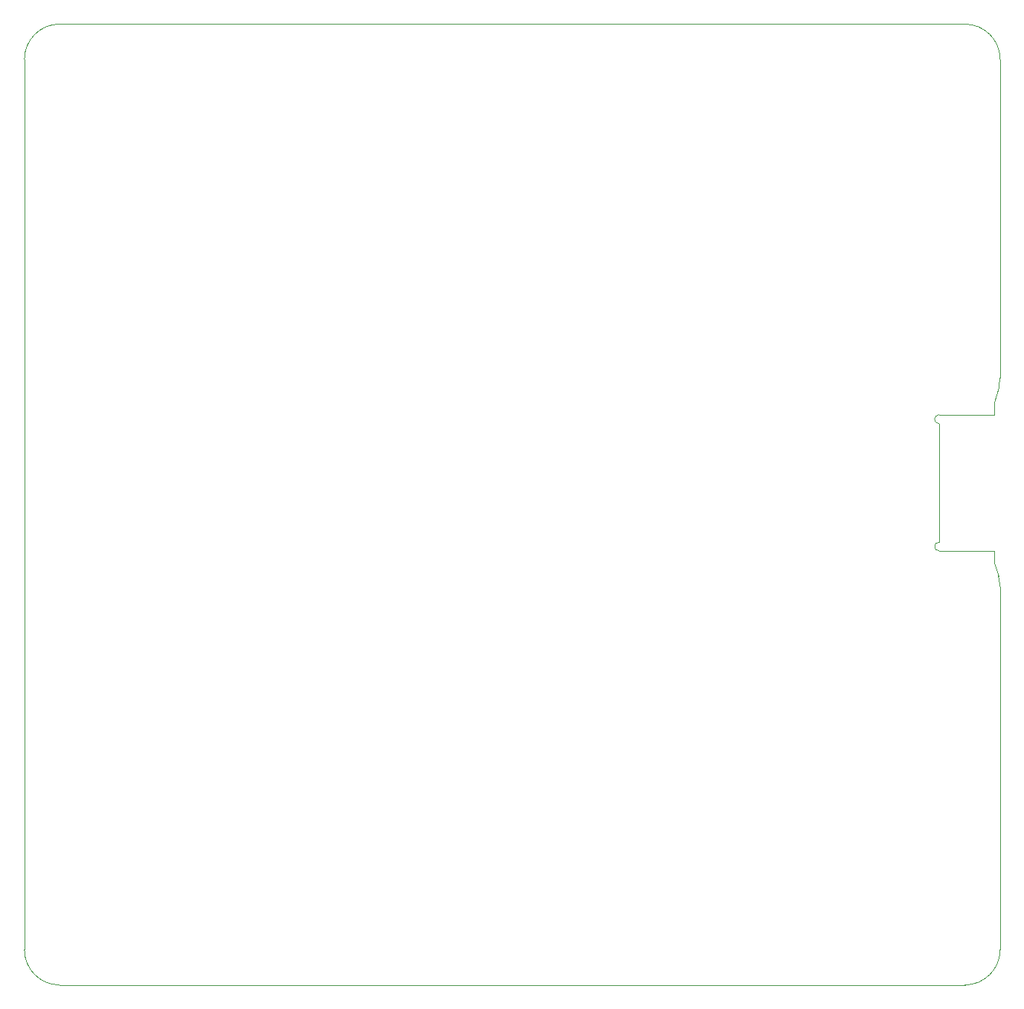
<source format=gbr>
%TF.GenerationSoftware,KiCad,Pcbnew,7.0.1-3b83917a11~172~ubuntu22.10.1*%
%TF.CreationDate,2023-03-30T21:17:30-07:00*%
%TF.ProjectId,expansionboardA,65787061-6e73-4696-9f6e-626f61726441,3*%
%TF.SameCoordinates,Original*%
%TF.FileFunction,Profile,NP*%
%FSLAX46Y46*%
G04 Gerber Fmt 4.6, Leading zero omitted, Abs format (unit mm)*
G04 Created by KiCad (PCBNEW 7.0.1-3b83917a11~172~ubuntu22.10.1) date 2023-03-30 21:17:30*
%MOMM*%
%LPD*%
G01*
G04 APERTURE LIST*
%TA.AperFunction,Profile*%
%ADD10C,0.010000*%
%TD*%
G04 APERTURE END LIST*
D10*
X133095986Y-82147115D02*
G75*
G03*
X132912359Y-80949034I-4000186J15D01*
G01*
X26098000Y-127508000D02*
X129096000Y-127508000D01*
X133096000Y-22100000D02*
G75*
G03*
X129096000Y-18100000I-4000000J0D01*
G01*
X133096000Y-123508000D02*
X133096000Y-82147115D01*
X22098000Y-123508000D02*
G75*
G03*
X26098000Y-127508000I4000000J0D01*
G01*
X26098000Y-18100000D02*
G75*
G03*
X22098000Y-22100000I0J-4000000D01*
G01*
X132942182Y-59466540D02*
G75*
G03*
X133096000Y-58367925I-3846582J1098640D01*
G01*
X129096000Y-127508000D02*
G75*
G03*
X133096000Y-123508000I0J4000000D01*
G01*
X129096000Y-18100000D02*
X26098000Y-18100000D01*
X22098000Y-22100000D02*
X22098000Y-123508000D01*
X133096000Y-58367925D02*
X133096000Y-22100000D01*
X132452000Y-61182600D02*
X132942173Y-59466537D01*
X132912360Y-80949034D02*
X132452000Y-79482600D01*
%TO.C,J3*%
X132452000Y-62582600D02*
X132452000Y-61182600D01*
X132452000Y-62582600D02*
X126152000Y-62582600D01*
X126152000Y-63582600D02*
X126152000Y-77082600D01*
X132452000Y-78082600D02*
X132452000Y-79482600D01*
X126152000Y-78082600D02*
X132452000Y-78082600D01*
X126152000Y-62582600D02*
G75*
G03*
X126152000Y-63582600I0J-500000D01*
G01*
X126152000Y-77082600D02*
G75*
G03*
X126152000Y-78082600I0J-500000D01*
G01*
%TD*%
M02*

</source>
